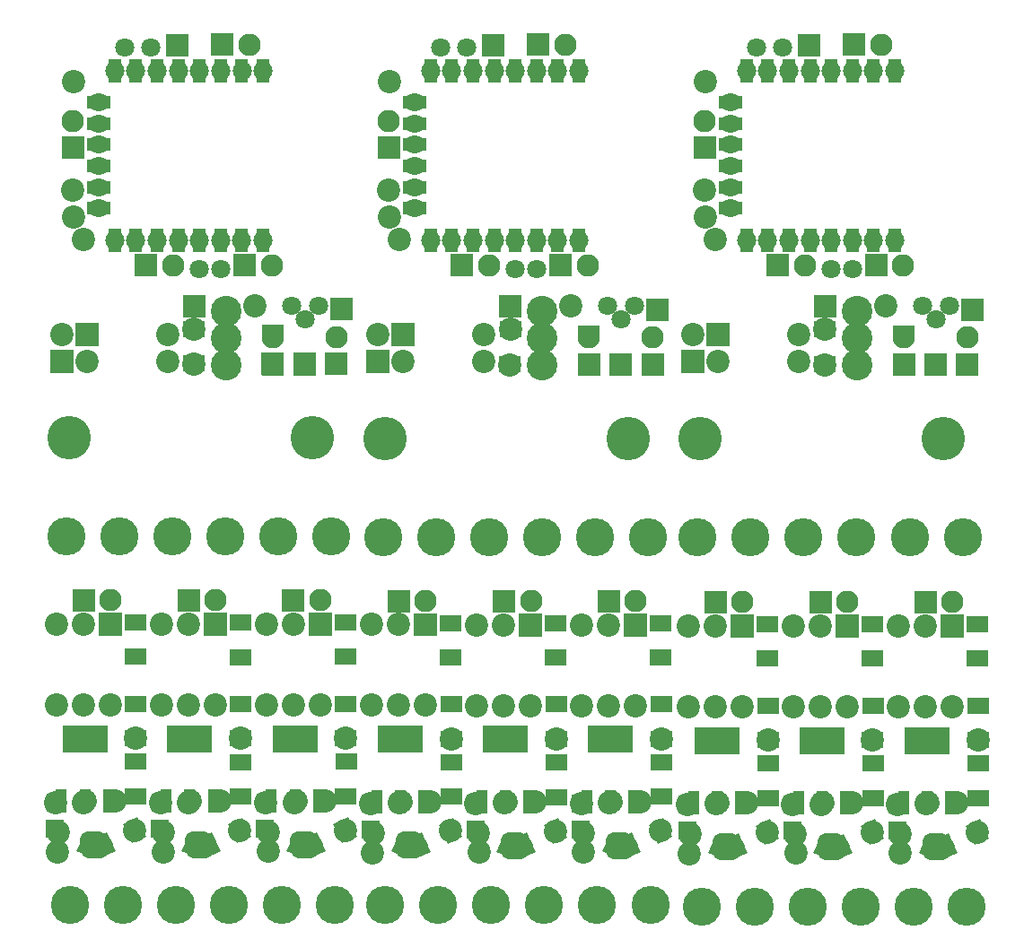
<source format=gbr>
%FSLAX34Y34*%
%MOMM*%
%LNSOLDERMASK_TOP*%
G71*
G01*
%ADD10R, 1.250X2.200*%
%ADD11R, 2.200X1.200*%
%ADD12C, 2.200*%
%ADD13C, 1.800*%
%ADD14C, 2.120*%
%ADD15C, 4.100*%
%ADD16C, 2.200*%
%ADD17C, 3.600*%
%ADD18R, 2.000X1.500*%
%ADD19C, 2.900*%
%ADD20C, 1.800*%
%ADD21R, 1.100X2.200*%
%ADD22R, 4.300X2.600*%
%ADD23C, 2.200*%
%ADD24R, 1.700X1.800*%
%ADD25R, 1.800X1.800*%
%ADD26C, 2.200*%
%ADD27C, 1.600*%
%LPD*%
X210700Y957600D02*
G54D10*
D03*
X190700Y957600D02*
G54D10*
D03*
X170700Y957600D02*
G54D10*
D03*
X150700Y957600D02*
G54D10*
D03*
X130700Y957600D02*
G54D10*
D03*
X110700Y957600D02*
G54D10*
D03*
X90700Y957600D02*
G54D10*
D03*
X70700Y957600D02*
G54D10*
D03*
X210700Y797600D02*
G54D10*
D03*
X190700Y797600D02*
G54D10*
D03*
X170700Y797600D02*
G54D10*
D03*
X150700Y797600D02*
G54D10*
D03*
X130700Y797600D02*
G54D10*
D03*
X110700Y797600D02*
G54D10*
D03*
X90700Y797600D02*
G54D10*
D03*
X70700Y797600D02*
G54D10*
D03*
X55700Y927600D02*
G54D11*
D03*
X55700Y907600D02*
G54D11*
D03*
X55700Y887600D02*
G54D11*
D03*
X55700Y867600D02*
G54D11*
D03*
X55700Y847600D02*
G54D11*
D03*
X55700Y827600D02*
G54D11*
D03*
X32022Y947422D02*
G54D12*
D03*
X31932Y819178D02*
G54D12*
D03*
X210739Y957395D02*
G54D13*
D03*
X190739Y957395D02*
G54D13*
D03*
X170739Y957395D02*
G54D13*
D03*
X150739Y957395D02*
G54D13*
D03*
X130739Y957395D02*
G54D13*
D03*
X110739Y957395D02*
G54D13*
D03*
X90739Y957395D02*
G54D13*
D03*
X70739Y957395D02*
G54D13*
D03*
X55739Y927395D02*
G54D13*
D03*
X55739Y907395D02*
G54D13*
D03*
X55739Y887395D02*
G54D13*
D03*
X55739Y867395D02*
G54D13*
D03*
X55739Y847395D02*
G54D13*
D03*
X55739Y827395D02*
G54D13*
D03*
X70700Y797600D02*
G54D13*
D03*
X90700Y797600D02*
G54D13*
D03*
X110700Y797600D02*
G54D13*
D03*
X130700Y797600D02*
G54D13*
D03*
X150700Y797600D02*
G54D13*
D03*
X170700Y797600D02*
G54D13*
D03*
X190700Y797600D02*
G54D13*
D03*
X210700Y797600D02*
G54D13*
D03*
X41100Y797700D02*
G54D12*
D03*
X31222Y844978D02*
G54D12*
D03*
G36*
X140616Y971095D02*
X119416Y971095D01*
X119416Y992295D01*
X140616Y992295D01*
X140616Y971095D01*
G37*
G36*
X20722Y874009D02*
X20722Y895209D01*
X41922Y895209D01*
X41922Y874009D01*
X20722Y874009D01*
G37*
X31322Y910009D02*
G54D14*
D03*
G36*
X161700Y992500D02*
X182900Y992500D01*
X182900Y971300D01*
X161700Y971300D01*
X161700Y992500D01*
G37*
X197700Y981900D02*
G54D14*
D03*
G36*
X89900Y784200D02*
X111100Y784200D01*
X111100Y763000D01*
X89900Y763000D01*
X89900Y784200D01*
G37*
X125900Y773600D02*
G54D14*
D03*
X104639Y979195D02*
G54D13*
D03*
X80639Y979195D02*
G54D13*
D03*
X150800Y770100D02*
G54D13*
D03*
X170800Y770100D02*
G54D13*
D03*
G36*
X182700Y784500D02*
X203900Y784500D01*
X203900Y763300D01*
X182700Y763300D01*
X182700Y784500D01*
G37*
X218700Y773900D02*
G54D14*
D03*
X508700Y957600D02*
G54D10*
D03*
X488700Y957600D02*
G54D10*
D03*
X468700Y957600D02*
G54D10*
D03*
X448700Y957600D02*
G54D10*
D03*
X428700Y957600D02*
G54D10*
D03*
X408700Y957600D02*
G54D10*
D03*
X388700Y957600D02*
G54D10*
D03*
X368700Y957600D02*
G54D10*
D03*
X508700Y797600D02*
G54D10*
D03*
X488700Y797600D02*
G54D10*
D03*
X468700Y797600D02*
G54D10*
D03*
X448700Y797600D02*
G54D10*
D03*
X428700Y797600D02*
G54D10*
D03*
X408700Y797600D02*
G54D10*
D03*
X388700Y797600D02*
G54D10*
D03*
X368700Y797600D02*
G54D10*
D03*
X353700Y927600D02*
G54D11*
D03*
X353700Y907600D02*
G54D11*
D03*
X353700Y887600D02*
G54D11*
D03*
X353700Y867600D02*
G54D11*
D03*
X353700Y847600D02*
G54D11*
D03*
X353700Y827600D02*
G54D11*
D03*
X330022Y947422D02*
G54D12*
D03*
X329932Y819178D02*
G54D12*
D03*
X508739Y957395D02*
G54D13*
D03*
X488739Y957395D02*
G54D13*
D03*
X468739Y957395D02*
G54D13*
D03*
X448739Y957395D02*
G54D13*
D03*
X428739Y957395D02*
G54D13*
D03*
X408739Y957395D02*
G54D13*
D03*
X388739Y957395D02*
G54D13*
D03*
X368739Y957395D02*
G54D13*
D03*
X353739Y927395D02*
G54D13*
D03*
X353739Y907395D02*
G54D13*
D03*
X353739Y887395D02*
G54D13*
D03*
X353739Y867395D02*
G54D13*
D03*
X353739Y847395D02*
G54D13*
D03*
X353739Y827395D02*
G54D13*
D03*
X368700Y797600D02*
G54D13*
D03*
X388700Y797600D02*
G54D13*
D03*
X408700Y797600D02*
G54D13*
D03*
X428700Y797600D02*
G54D13*
D03*
X448700Y797600D02*
G54D13*
D03*
X468700Y797600D02*
G54D13*
D03*
X488700Y797600D02*
G54D13*
D03*
X508700Y797600D02*
G54D13*
D03*
X339100Y797700D02*
G54D12*
D03*
X329222Y844978D02*
G54D12*
D03*
G36*
X438616Y971095D02*
X417416Y971095D01*
X417416Y992295D01*
X438616Y992295D01*
X438616Y971095D01*
G37*
G36*
X318722Y874009D02*
X318722Y895209D01*
X339922Y895209D01*
X339922Y874009D01*
X318722Y874009D01*
G37*
X329322Y910009D02*
G54D14*
D03*
G36*
X459700Y992500D02*
X480900Y992500D01*
X480900Y971300D01*
X459700Y971300D01*
X459700Y992500D01*
G37*
X495700Y981900D02*
G54D14*
D03*
G36*
X387900Y784200D02*
X409100Y784200D01*
X409100Y763000D01*
X387900Y763000D01*
X387900Y784200D01*
G37*
X423900Y773600D02*
G54D14*
D03*
X402639Y979195D02*
G54D13*
D03*
X378639Y979195D02*
G54D13*
D03*
X448800Y770100D02*
G54D13*
D03*
X468800Y770100D02*
G54D13*
D03*
G36*
X480700Y784500D02*
X501900Y784500D01*
X501900Y763300D01*
X480700Y763300D01*
X480700Y784500D01*
G37*
X516700Y773900D02*
G54D14*
D03*
X806700Y957600D02*
G54D10*
D03*
X786700Y957600D02*
G54D10*
D03*
X766700Y957600D02*
G54D10*
D03*
X746700Y957600D02*
G54D10*
D03*
X726700Y957600D02*
G54D10*
D03*
X706700Y957600D02*
G54D10*
D03*
X686700Y957600D02*
G54D10*
D03*
X666700Y957600D02*
G54D10*
D03*
X806700Y797600D02*
G54D10*
D03*
X786700Y797600D02*
G54D10*
D03*
X766700Y797600D02*
G54D10*
D03*
X746700Y797600D02*
G54D10*
D03*
X726700Y797600D02*
G54D10*
D03*
X706700Y797600D02*
G54D10*
D03*
X686700Y797600D02*
G54D10*
D03*
X666700Y797600D02*
G54D10*
D03*
X651700Y927600D02*
G54D11*
D03*
X651700Y907600D02*
G54D11*
D03*
X651700Y887600D02*
G54D11*
D03*
X651700Y867600D02*
G54D11*
D03*
X651700Y847600D02*
G54D11*
D03*
X651700Y827600D02*
G54D11*
D03*
X628022Y947422D02*
G54D12*
D03*
X627932Y819178D02*
G54D12*
D03*
X806739Y957395D02*
G54D13*
D03*
X786739Y957395D02*
G54D13*
D03*
X766739Y957395D02*
G54D13*
D03*
X746739Y957395D02*
G54D13*
D03*
X726739Y957395D02*
G54D13*
D03*
X706739Y957395D02*
G54D13*
D03*
X686739Y957395D02*
G54D13*
D03*
X666739Y957395D02*
G54D13*
D03*
X651739Y927395D02*
G54D13*
D03*
X651739Y907395D02*
G54D13*
D03*
X651739Y887395D02*
G54D13*
D03*
X651739Y867395D02*
G54D13*
D03*
X651739Y847395D02*
G54D13*
D03*
X651739Y827395D02*
G54D13*
D03*
X666700Y797600D02*
G54D13*
D03*
X686700Y797600D02*
G54D13*
D03*
X706700Y797600D02*
G54D13*
D03*
X726700Y797600D02*
G54D13*
D03*
X746700Y797600D02*
G54D13*
D03*
X766700Y797600D02*
G54D13*
D03*
X786700Y797600D02*
G54D13*
D03*
X806700Y797600D02*
G54D13*
D03*
X637100Y797700D02*
G54D12*
D03*
X627222Y844978D02*
G54D12*
D03*
G36*
X736616Y971095D02*
X715416Y971095D01*
X715416Y992295D01*
X736616Y992295D01*
X736616Y971095D01*
G37*
G36*
X616722Y874009D02*
X616722Y895209D01*
X637922Y895209D01*
X637922Y874009D01*
X616722Y874009D01*
G37*
X627322Y910009D02*
G54D14*
D03*
G36*
X757700Y992500D02*
X778900Y992500D01*
X778900Y971300D01*
X757700Y971300D01*
X757700Y992500D01*
G37*
X793700Y981900D02*
G54D14*
D03*
G36*
X685900Y784200D02*
X707100Y784200D01*
X707100Y763000D01*
X685900Y763000D01*
X685900Y784200D01*
G37*
X721900Y773600D02*
G54D14*
D03*
X700639Y979195D02*
G54D13*
D03*
X676639Y979195D02*
G54D13*
D03*
X746800Y770100D02*
G54D13*
D03*
X766800Y770100D02*
G54D13*
D03*
G36*
X778700Y784500D02*
X799900Y784500D01*
X799900Y763300D01*
X778700Y763300D01*
X778700Y784500D01*
G37*
X814700Y773900D02*
G54D14*
D03*
X27320Y610700D02*
G54D15*
D03*
X257320Y610700D02*
G54D15*
D03*
X27320Y610700D02*
G54D15*
D03*
X257320Y610700D02*
G54D15*
D03*
G36*
X33332Y719461D02*
X55332Y719461D01*
X55332Y697461D01*
X33332Y697461D01*
X33332Y719461D01*
G37*
X44332Y682961D02*
G54D16*
D03*
X120832Y708461D02*
G54D16*
D03*
X120832Y682961D02*
G54D16*
D03*
X20885Y708696D02*
G54D12*
D03*
G36*
X9885Y672296D02*
X9885Y694296D01*
X31885Y694296D01*
X31885Y672296D01*
X9885Y672296D01*
G37*
X202877Y735724D02*
G54D12*
D03*
X275380Y517700D02*
G54D17*
D03*
X225380Y517700D02*
G54D17*
D03*
X175380Y517700D02*
G54D17*
D03*
X125380Y517700D02*
G54D17*
D03*
X75400Y517700D02*
G54D17*
D03*
X25400Y517700D02*
G54D17*
D03*
X145647Y713473D02*
G54D18*
D03*
X145547Y680973D02*
G54D18*
D03*
X176001Y730403D02*
G54D19*
D03*
X176001Y705003D02*
G54D19*
D03*
X176001Y679603D02*
G54D19*
D03*
X176001Y730403D02*
G54D19*
D03*
X176001Y705003D02*
G54D19*
D03*
X176001Y679603D02*
G54D19*
D03*
X145547Y679973D02*
G54D12*
D03*
G36*
X269271Y669879D02*
X269271Y691079D01*
X290471Y691079D01*
X290471Y669879D01*
X269271Y669879D01*
G37*
X279871Y705879D02*
G54D14*
D03*
G36*
X209271Y669879D02*
X209271Y691079D01*
X230471Y691079D01*
X230471Y669879D01*
X209271Y669879D01*
G37*
X219871Y705879D02*
G54D14*
D03*
G36*
X135106Y745995D02*
X156306Y745995D01*
X156306Y724795D01*
X135106Y724795D01*
X135106Y745995D01*
G37*
X219871Y709879D02*
G54D18*
D03*
X219771Y677379D02*
G54D18*
D03*
X237600Y735550D02*
G54D20*
D03*
X250300Y722850D02*
G54D20*
D03*
X263000Y735550D02*
G54D20*
D03*
X237600Y735550D02*
G54D20*
D03*
X250300Y722850D02*
G54D20*
D03*
X263000Y735550D02*
G54D20*
D03*
X145647Y713473D02*
G54D12*
D03*
G36*
X239106Y690995D02*
X260306Y690995D01*
X260306Y669795D01*
X239106Y669795D01*
X239106Y690995D01*
G37*
G36*
X274106Y742995D02*
X295306Y742995D01*
X295306Y721795D01*
X274106Y721795D01*
X274106Y742995D01*
G37*
X325614Y610305D02*
G54D15*
D03*
X555614Y610305D02*
G54D15*
D03*
X325614Y610305D02*
G54D15*
D03*
X555614Y610305D02*
G54D15*
D03*
G36*
X331626Y719066D02*
X353626Y719066D01*
X353626Y697066D01*
X331626Y697066D01*
X331626Y719066D01*
G37*
X342626Y682566D02*
G54D16*
D03*
X419126Y708066D02*
G54D16*
D03*
X419126Y682566D02*
G54D16*
D03*
X319179Y708301D02*
G54D12*
D03*
G36*
X308179Y671901D02*
X308179Y693901D01*
X330179Y693901D01*
X330179Y671901D01*
X308179Y671901D01*
G37*
X501171Y735329D02*
G54D12*
D03*
X573674Y517304D02*
G54D17*
D03*
X523674Y517304D02*
G54D17*
D03*
X473674Y517304D02*
G54D17*
D03*
X423674Y517304D02*
G54D17*
D03*
X373694Y517305D02*
G54D17*
D03*
X323694Y517305D02*
G54D17*
D03*
X443942Y713078D02*
G54D18*
D03*
X443842Y680578D02*
G54D18*
D03*
X474295Y730007D02*
G54D19*
D03*
X474295Y704607D02*
G54D19*
D03*
X474295Y679207D02*
G54D19*
D03*
X474295Y730007D02*
G54D19*
D03*
X474295Y704607D02*
G54D19*
D03*
X474295Y679207D02*
G54D19*
D03*
X443842Y679578D02*
G54D12*
D03*
G36*
X567565Y669484D02*
X567565Y690684D01*
X588765Y690684D01*
X588765Y669484D01*
X567565Y669484D01*
G37*
X578165Y705484D02*
G54D14*
D03*
G36*
X507565Y669484D02*
X507565Y690684D01*
X528765Y690684D01*
X528765Y669484D01*
X507565Y669484D01*
G37*
X518165Y705484D02*
G54D14*
D03*
G36*
X433400Y745600D02*
X454600Y745600D01*
X454600Y724400D01*
X433400Y724400D01*
X433400Y745600D01*
G37*
X518165Y709484D02*
G54D18*
D03*
X518065Y676984D02*
G54D18*
D03*
X535894Y735155D02*
G54D20*
D03*
X548594Y722455D02*
G54D20*
D03*
X561294Y735155D02*
G54D20*
D03*
X535894Y735155D02*
G54D20*
D03*
X548594Y722455D02*
G54D20*
D03*
X561294Y735155D02*
G54D20*
D03*
X443942Y713078D02*
G54D12*
D03*
G36*
X537400Y690600D02*
X558600Y690600D01*
X558600Y669400D01*
X537400Y669400D01*
X537400Y690600D01*
G37*
G36*
X572400Y742600D02*
X593600Y742600D01*
X593600Y721400D01*
X572400Y721400D01*
X572400Y742600D01*
G37*
X622614Y610305D02*
G54D15*
D03*
X852614Y610305D02*
G54D15*
D03*
X622614Y610305D02*
G54D15*
D03*
X852614Y610305D02*
G54D15*
D03*
G36*
X628626Y719066D02*
X650626Y719066D01*
X650626Y697066D01*
X628626Y697066D01*
X628626Y719066D01*
G37*
X639626Y682566D02*
G54D16*
D03*
X716126Y708066D02*
G54D16*
D03*
X716126Y682566D02*
G54D16*
D03*
X616179Y708301D02*
G54D12*
D03*
G36*
X605179Y671901D02*
X605179Y693901D01*
X627179Y693901D01*
X627179Y671901D01*
X605179Y671901D01*
G37*
X798171Y735329D02*
G54D12*
D03*
X870674Y517304D02*
G54D17*
D03*
X820674Y517304D02*
G54D17*
D03*
X770674Y517304D02*
G54D17*
D03*
X720674Y517304D02*
G54D17*
D03*
X670694Y517305D02*
G54D17*
D03*
X620694Y517305D02*
G54D17*
D03*
X740942Y713078D02*
G54D18*
D03*
X740842Y680578D02*
G54D18*
D03*
X771295Y730007D02*
G54D19*
D03*
X771295Y704607D02*
G54D19*
D03*
X771295Y679207D02*
G54D19*
D03*
X771295Y730007D02*
G54D19*
D03*
X771295Y704607D02*
G54D19*
D03*
X771295Y679207D02*
G54D19*
D03*
X740842Y679578D02*
G54D12*
D03*
G36*
X864565Y669484D02*
X864565Y690684D01*
X885765Y690684D01*
X885765Y669484D01*
X864565Y669484D01*
G37*
X875165Y705484D02*
G54D14*
D03*
G36*
X804565Y669484D02*
X804565Y690684D01*
X825765Y690684D01*
X825765Y669484D01*
X804565Y669484D01*
G37*
X815165Y705484D02*
G54D14*
D03*
G36*
X730400Y745600D02*
X751600Y745600D01*
X751600Y724400D01*
X730400Y724400D01*
X730400Y745600D01*
G37*
X815165Y709484D02*
G54D18*
D03*
X815065Y676984D02*
G54D18*
D03*
X832894Y735155D02*
G54D20*
D03*
X845594Y722455D02*
G54D20*
D03*
X858294Y735155D02*
G54D20*
D03*
X832894Y735155D02*
G54D20*
D03*
X845594Y722455D02*
G54D20*
D03*
X858294Y735155D02*
G54D20*
D03*
X740942Y713078D02*
G54D12*
D03*
G36*
X834400Y690600D02*
X855600Y690600D01*
X855600Y669400D01*
X834400Y669400D01*
X834400Y690600D01*
G37*
G36*
X869400Y742600D02*
X890600Y742600D01*
X890600Y721400D01*
X869400Y721400D01*
X869400Y742600D01*
G37*
X278454Y170129D02*
G54D17*
D03*
X228454Y170129D02*
G54D17*
D03*
X178454Y170129D02*
G54D17*
D03*
X128454Y170129D02*
G54D17*
D03*
X20372Y268001D02*
G54D21*
D03*
X42572Y268001D02*
G54D21*
D03*
X64872Y268001D02*
G54D21*
D03*
X42572Y326800D02*
G54D22*
D03*
G36*
X14652Y249988D02*
X24349Y245465D01*
X16741Y229152D01*
X7044Y233674D01*
X14652Y249988D01*
G37*
G36*
X42203Y237140D02*
X51901Y232618D01*
X44294Y216304D01*
X34596Y220826D01*
X42203Y237140D01*
G37*
G36*
X77654Y423929D02*
X55654Y423929D01*
X55654Y445929D01*
X77654Y445929D01*
X77654Y423929D01*
G37*
X41254Y434929D02*
G54D23*
D03*
X15854Y434929D02*
G54D23*
D03*
X15854Y358729D02*
G54D23*
D03*
X41254Y358729D02*
G54D23*
D03*
X66654Y358729D02*
G54D23*
D03*
X90575Y327228D02*
G54D18*
D03*
X90675Y359729D02*
G54D18*
D03*
X90735Y304972D02*
G54D18*
D03*
X90635Y272472D02*
G54D18*
D03*
G36*
X49340Y232474D02*
X62934Y238813D01*
X71387Y220687D01*
X57792Y214348D01*
X49340Y232474D01*
G37*
G36*
X78837Y246118D02*
X92432Y252458D01*
X100884Y234331D01*
X87290Y227992D01*
X78837Y246118D01*
G37*
X14433Y241587D02*
G54D24*
D03*
X41685Y266764D02*
G54D12*
D03*
X15099Y266240D02*
G54D12*
D03*
X17196Y238170D02*
G54D12*
D03*
X89963Y240225D02*
G54D12*
D03*
X14999Y266240D02*
G54D25*
D03*
G54D26*
X43168Y267781D02*
X43362Y267955D01*
X70685Y267764D02*
G54D12*
D03*
X90229Y436557D02*
G54D18*
D03*
X90129Y404057D02*
G54D18*
D03*
X90575Y327228D02*
G54D12*
D03*
X78454Y170129D02*
G54D17*
D03*
X28454Y170129D02*
G54D17*
D03*
G54D27*
X46254Y222429D02*
X56211Y222429D01*
X60363Y226580D01*
X50902Y226580D01*
X45754Y231729D01*
X55215Y231729D01*
X60363Y226580D01*
X119397Y267872D02*
G54D21*
D03*
X141597Y267872D02*
G54D21*
D03*
X163897Y267872D02*
G54D21*
D03*
X141597Y326672D02*
G54D22*
D03*
G36*
X113677Y249861D02*
X123374Y245339D01*
X115766Y229025D01*
X106069Y233548D01*
X113677Y249861D01*
G37*
G36*
X141228Y237013D02*
X150926Y232491D01*
X143319Y216177D01*
X133621Y220699D01*
X141228Y237013D01*
G37*
G36*
X176679Y423800D02*
X154679Y423800D01*
X154679Y445800D01*
X176679Y445800D01*
X176679Y423800D01*
G37*
X140279Y434800D02*
G54D23*
D03*
X114879Y434800D02*
G54D23*
D03*
X114879Y358600D02*
G54D23*
D03*
X140279Y358600D02*
G54D23*
D03*
X165679Y358600D02*
G54D23*
D03*
X189600Y327100D02*
G54D18*
D03*
X189700Y359600D02*
G54D18*
D03*
X189760Y304844D02*
G54D18*
D03*
X189660Y272344D02*
G54D18*
D03*
G36*
X148364Y232345D02*
X161959Y238685D01*
X170411Y220558D01*
X156817Y214219D01*
X148364Y232345D01*
G37*
G36*
X177862Y245990D02*
X191456Y252329D01*
X199909Y234203D01*
X186314Y227863D01*
X177862Y245990D01*
G37*
X113458Y241459D02*
G54D24*
D03*
X140710Y266636D02*
G54D12*
D03*
X114124Y266111D02*
G54D12*
D03*
X116222Y238042D02*
G54D12*
D03*
X188988Y240096D02*
G54D12*
D03*
X114024Y266111D02*
G54D25*
D03*
G54D26*
X142193Y267653D02*
X142387Y267826D01*
X169710Y267636D02*
G54D12*
D03*
X189254Y436429D02*
G54D18*
D03*
X189154Y403929D02*
G54D18*
D03*
X189600Y327100D02*
G54D12*
D03*
G54D27*
X145279Y222300D02*
X155236Y222300D01*
X159388Y226452D01*
X149927Y226452D01*
X144779Y231600D01*
X154240Y231600D01*
X159388Y226452D01*
X218597Y267972D02*
G54D21*
D03*
X240797Y267972D02*
G54D21*
D03*
X263097Y267972D02*
G54D21*
D03*
X240797Y326772D02*
G54D22*
D03*
G36*
X212876Y249959D02*
X222574Y245437D01*
X214966Y229124D01*
X205269Y233646D01*
X212876Y249959D01*
G37*
G36*
X240428Y237112D02*
X250126Y232590D01*
X242519Y216276D01*
X232821Y220798D01*
X240428Y237112D01*
G37*
G36*
X275879Y423900D02*
X253879Y423900D01*
X253879Y445900D01*
X275879Y445900D01*
X275879Y423900D01*
G37*
X239479Y434900D02*
G54D23*
D03*
X214079Y434900D02*
G54D23*
D03*
X214079Y358700D02*
G54D23*
D03*
X239479Y358700D02*
G54D23*
D03*
X264879Y358700D02*
G54D23*
D03*
X288800Y327200D02*
G54D18*
D03*
X288900Y359700D02*
G54D18*
D03*
X288960Y304944D02*
G54D18*
D03*
X288860Y272444D02*
G54D18*
D03*
G36*
X247564Y232445D02*
X261159Y238784D01*
X269611Y220658D01*
X256017Y214319D01*
X247564Y232445D01*
G37*
G36*
X277062Y246090D02*
X290656Y252429D01*
X299108Y234303D01*
X285514Y227963D01*
X277062Y246090D01*
G37*
X212658Y241559D02*
G54D24*
D03*
X239910Y266736D02*
G54D12*
D03*
X213324Y266211D02*
G54D12*
D03*
X215422Y238142D02*
G54D12*
D03*
X288188Y240196D02*
G54D12*
D03*
X213224Y266211D02*
G54D25*
D03*
G54D26*
X241393Y267753D02*
X241587Y267926D01*
X268910Y267736D02*
G54D12*
D03*
X288454Y436529D02*
G54D18*
D03*
X288354Y404029D02*
G54D18*
D03*
X288800Y327200D02*
G54D12*
D03*
G54D27*
X244479Y222400D02*
X254436Y222400D01*
X258588Y226552D01*
X249127Y226552D01*
X243979Y231700D01*
X253440Y231700D01*
X258588Y226552D01*
X16675Y219507D02*
G54D12*
D03*
X116975Y220207D02*
G54D12*
D03*
X215775Y220607D02*
G54D12*
D03*
G36*
X30754Y467929D02*
X51954Y467929D01*
X51954Y446729D01*
X30754Y446729D01*
X30754Y467929D01*
G37*
X66754Y457329D02*
G54D14*
D03*
G36*
X129854Y467929D02*
X151054Y467929D01*
X151054Y446729D01*
X129854Y446729D01*
X129854Y467929D01*
G37*
X165854Y457329D02*
G54D14*
D03*
G36*
X228754Y467929D02*
X249954Y467929D01*
X249954Y446729D01*
X228754Y446729D01*
X228754Y467929D01*
G37*
X264754Y457329D02*
G54D14*
D03*
X575954Y169629D02*
G54D17*
D03*
X525954Y169629D02*
G54D17*
D03*
X475954Y169629D02*
G54D17*
D03*
X425954Y169629D02*
G54D17*
D03*
X317872Y267501D02*
G54D21*
D03*
X340072Y267501D02*
G54D21*
D03*
X362372Y267501D02*
G54D21*
D03*
X340072Y326300D02*
G54D22*
D03*
G36*
X312152Y249488D02*
X321849Y244965D01*
X314241Y228652D01*
X304544Y233174D01*
X312152Y249488D01*
G37*
G36*
X339703Y236640D02*
X349401Y232118D01*
X341794Y215804D01*
X332096Y220326D01*
X339703Y236640D01*
G37*
G36*
X375154Y423429D02*
X353154Y423429D01*
X353154Y445429D01*
X375154Y445429D01*
X375154Y423429D01*
G37*
X338754Y434429D02*
G54D23*
D03*
X313354Y434429D02*
G54D23*
D03*
X313354Y358229D02*
G54D23*
D03*
X338754Y358229D02*
G54D23*
D03*
X364154Y358229D02*
G54D23*
D03*
X388075Y326728D02*
G54D18*
D03*
X388175Y359229D02*
G54D18*
D03*
X388235Y304472D02*
G54D18*
D03*
X388135Y271972D02*
G54D18*
D03*
G36*
X346840Y231974D02*
X360434Y238313D01*
X368887Y220187D01*
X355292Y213848D01*
X346840Y231974D01*
G37*
G36*
X376337Y245618D02*
X389932Y251958D01*
X398384Y233831D01*
X384790Y227492D01*
X376337Y245618D01*
G37*
X311933Y241087D02*
G54D24*
D03*
X339185Y266264D02*
G54D12*
D03*
X312599Y265740D02*
G54D12*
D03*
X314696Y237670D02*
G54D12*
D03*
X387463Y239725D02*
G54D12*
D03*
X312499Y265740D02*
G54D25*
D03*
G54D26*
X340668Y267281D02*
X340862Y267455D01*
X368185Y267264D02*
G54D12*
D03*
X387729Y436057D02*
G54D18*
D03*
X387629Y403557D02*
G54D18*
D03*
X388075Y326728D02*
G54D12*
D03*
X375954Y169629D02*
G54D17*
D03*
X325954Y169629D02*
G54D17*
D03*
G54D27*
X343754Y221929D02*
X353711Y221929D01*
X357863Y226080D01*
X348402Y226080D01*
X343254Y231229D01*
X352715Y231229D01*
X357863Y226080D01*
X416897Y267372D02*
G54D21*
D03*
X439097Y267372D02*
G54D21*
D03*
X461397Y267372D02*
G54D21*
D03*
X439097Y326172D02*
G54D22*
D03*
G36*
X411177Y249361D02*
X420874Y244839D01*
X413266Y228525D01*
X403569Y233048D01*
X411177Y249361D01*
G37*
G36*
X438728Y236513D02*
X448426Y231991D01*
X440819Y215677D01*
X431121Y220199D01*
X438728Y236513D01*
G37*
G36*
X474179Y423300D02*
X452179Y423300D01*
X452179Y445300D01*
X474179Y445300D01*
X474179Y423300D01*
G37*
X437779Y434300D02*
G54D23*
D03*
X412379Y434300D02*
G54D23*
D03*
X412379Y358100D02*
G54D23*
D03*
X437779Y358100D02*
G54D23*
D03*
X463179Y358100D02*
G54D23*
D03*
X487100Y326600D02*
G54D18*
D03*
X487200Y359100D02*
G54D18*
D03*
X487260Y304344D02*
G54D18*
D03*
X487160Y271844D02*
G54D18*
D03*
G36*
X445864Y231845D02*
X459459Y238185D01*
X467911Y220058D01*
X454317Y213719D01*
X445864Y231845D01*
G37*
G36*
X475362Y245490D02*
X488956Y251829D01*
X497409Y233703D01*
X483814Y227363D01*
X475362Y245490D01*
G37*
X410958Y240959D02*
G54D24*
D03*
X438210Y266136D02*
G54D12*
D03*
X411624Y265611D02*
G54D12*
D03*
X413722Y237542D02*
G54D12*
D03*
X486488Y239596D02*
G54D12*
D03*
X411524Y265611D02*
G54D25*
D03*
G54D26*
X439693Y267153D02*
X439887Y267326D01*
X467210Y267136D02*
G54D12*
D03*
X486754Y435929D02*
G54D18*
D03*
X486654Y403429D02*
G54D18*
D03*
X487100Y326600D02*
G54D12*
D03*
G54D27*
X442779Y221800D02*
X452736Y221800D01*
X456888Y225952D01*
X447427Y225952D01*
X442279Y231100D01*
X451740Y231100D01*
X456888Y225952D01*
X516097Y267472D02*
G54D21*
D03*
X538297Y267472D02*
G54D21*
D03*
X560597Y267472D02*
G54D21*
D03*
X538297Y326272D02*
G54D22*
D03*
G36*
X510376Y249459D02*
X520074Y244937D01*
X512466Y228624D01*
X502769Y233146D01*
X510376Y249459D01*
G37*
G36*
X537928Y236612D02*
X547626Y232090D01*
X540019Y215776D01*
X530321Y220298D01*
X537928Y236612D01*
G37*
G36*
X573379Y423400D02*
X551379Y423400D01*
X551379Y445400D01*
X573379Y445400D01*
X573379Y423400D01*
G37*
X536979Y434400D02*
G54D23*
D03*
X511579Y434400D02*
G54D23*
D03*
X511579Y358200D02*
G54D23*
D03*
X536979Y358200D02*
G54D23*
D03*
X562379Y358200D02*
G54D23*
D03*
X586300Y326700D02*
G54D18*
D03*
X586400Y359200D02*
G54D18*
D03*
X586460Y304444D02*
G54D18*
D03*
X586360Y271944D02*
G54D18*
D03*
G36*
X545064Y231945D02*
X558659Y238284D01*
X567111Y220158D01*
X553517Y213819D01*
X545064Y231945D01*
G37*
G36*
X574562Y245590D02*
X588156Y251929D01*
X596608Y233803D01*
X583014Y227463D01*
X574562Y245590D01*
G37*
X510158Y241059D02*
G54D24*
D03*
X537410Y266236D02*
G54D12*
D03*
X510824Y265711D02*
G54D12*
D03*
X512922Y237642D02*
G54D12*
D03*
X585688Y239696D02*
G54D12*
D03*
X510724Y265711D02*
G54D25*
D03*
G54D26*
X538893Y267253D02*
X539087Y267426D01*
X566410Y267236D02*
G54D12*
D03*
X585954Y436029D02*
G54D18*
D03*
X585854Y403529D02*
G54D18*
D03*
X586300Y326700D02*
G54D12*
D03*
G54D27*
X541979Y221900D02*
X551936Y221900D01*
X556088Y226052D01*
X546627Y226052D01*
X541479Y231200D01*
X550940Y231200D01*
X556088Y226052D01*
X314175Y219007D02*
G54D12*
D03*
X414475Y219707D02*
G54D12*
D03*
X513275Y220107D02*
G54D12*
D03*
G36*
X328254Y467429D02*
X349454Y467429D01*
X349454Y446229D01*
X328254Y446229D01*
X328254Y467429D01*
G37*
X364254Y456829D02*
G54D14*
D03*
G36*
X427354Y467429D02*
X448554Y467429D01*
X448554Y446229D01*
X427354Y446229D01*
X427354Y467429D01*
G37*
X463354Y456829D02*
G54D14*
D03*
G36*
X526254Y467429D02*
X547454Y467429D01*
X547454Y446229D01*
X526254Y446229D01*
X526254Y467429D01*
G37*
X562254Y456829D02*
G54D14*
D03*
X874754Y168529D02*
G54D17*
D03*
X824754Y168529D02*
G54D17*
D03*
X774754Y168529D02*
G54D17*
D03*
X724754Y168529D02*
G54D17*
D03*
X616672Y266401D02*
G54D21*
D03*
X638872Y266401D02*
G54D21*
D03*
X661172Y266401D02*
G54D21*
D03*
X638872Y325200D02*
G54D22*
D03*
G36*
X610952Y248388D02*
X620649Y243865D01*
X613041Y227552D01*
X603344Y232074D01*
X610952Y248388D01*
G37*
G36*
X638503Y235540D02*
X648201Y231018D01*
X640594Y214704D01*
X630896Y219226D01*
X638503Y235540D01*
G37*
G36*
X673954Y422329D02*
X651954Y422329D01*
X651954Y444329D01*
X673954Y444329D01*
X673954Y422329D01*
G37*
X637554Y433329D02*
G54D23*
D03*
X612154Y433329D02*
G54D23*
D03*
X612154Y357129D02*
G54D23*
D03*
X637554Y357129D02*
G54D23*
D03*
X662954Y357129D02*
G54D23*
D03*
X686875Y325628D02*
G54D18*
D03*
X686975Y358129D02*
G54D18*
D03*
X687035Y303372D02*
G54D18*
D03*
X686935Y270872D02*
G54D18*
D03*
G36*
X645640Y230874D02*
X659234Y237213D01*
X667687Y219087D01*
X654092Y212748D01*
X645640Y230874D01*
G37*
G36*
X675137Y244518D02*
X688732Y250858D01*
X697184Y232731D01*
X683590Y226392D01*
X675137Y244518D01*
G37*
X610733Y239987D02*
G54D24*
D03*
X637985Y265164D02*
G54D12*
D03*
X611399Y264640D02*
G54D12*
D03*
X613496Y236570D02*
G54D12*
D03*
X686263Y238625D02*
G54D12*
D03*
X611299Y264640D02*
G54D25*
D03*
G54D26*
X639468Y266181D02*
X639662Y266355D01*
X666985Y266164D02*
G54D12*
D03*
X686529Y434957D02*
G54D18*
D03*
X686429Y402457D02*
G54D18*
D03*
X686875Y325628D02*
G54D12*
D03*
X674754Y168529D02*
G54D17*
D03*
X624754Y168529D02*
G54D17*
D03*
G54D27*
X642554Y220829D02*
X652511Y220829D01*
X656663Y224980D01*
X647202Y224980D01*
X642054Y230129D01*
X651515Y230129D01*
X656663Y224980D01*
X715697Y266272D02*
G54D21*
D03*
X737897Y266272D02*
G54D21*
D03*
X760197Y266272D02*
G54D21*
D03*
X737897Y325072D02*
G54D22*
D03*
G36*
X709977Y248261D02*
X719674Y243739D01*
X712066Y227425D01*
X702369Y231948D01*
X709977Y248261D01*
G37*
G36*
X737528Y235413D02*
X747226Y230891D01*
X739619Y214577D01*
X729921Y219099D01*
X737528Y235413D01*
G37*
G36*
X772979Y422200D02*
X750979Y422200D01*
X750979Y444200D01*
X772979Y444200D01*
X772979Y422200D01*
G37*
X736579Y433200D02*
G54D23*
D03*
X711179Y433200D02*
G54D23*
D03*
X711179Y357000D02*
G54D23*
D03*
X736579Y357000D02*
G54D23*
D03*
X761979Y357000D02*
G54D23*
D03*
X785900Y325500D02*
G54D18*
D03*
X786000Y358000D02*
G54D18*
D03*
X786060Y303244D02*
G54D18*
D03*
X785960Y270744D02*
G54D18*
D03*
G36*
X744664Y230745D02*
X758259Y237085D01*
X766711Y218958D01*
X753117Y212619D01*
X744664Y230745D01*
G37*
G36*
X774162Y244390D02*
X787756Y250729D01*
X796208Y232603D01*
X782614Y226263D01*
X774162Y244390D01*
G37*
X709758Y239859D02*
G54D24*
D03*
X737010Y265036D02*
G54D12*
D03*
X710424Y264511D02*
G54D12*
D03*
X712522Y236442D02*
G54D12*
D03*
X785288Y238496D02*
G54D12*
D03*
X710324Y264511D02*
G54D25*
D03*
G54D26*
X738493Y266053D02*
X738687Y266226D01*
X766010Y266036D02*
G54D12*
D03*
X785554Y434829D02*
G54D18*
D03*
X785454Y402329D02*
G54D18*
D03*
X785900Y325500D02*
G54D12*
D03*
G54D27*
X741579Y220700D02*
X751536Y220700D01*
X755688Y224852D01*
X746227Y224852D01*
X741079Y230000D01*
X750540Y230000D01*
X755688Y224852D01*
X814897Y266372D02*
G54D21*
D03*
X837097Y266372D02*
G54D21*
D03*
X859397Y266372D02*
G54D21*
D03*
X837097Y325172D02*
G54D22*
D03*
G36*
X809176Y248359D02*
X818874Y243837D01*
X811266Y227524D01*
X801569Y232046D01*
X809176Y248359D01*
G37*
G36*
X836728Y235512D02*
X846426Y230990D01*
X838819Y214676D01*
X829121Y219198D01*
X836728Y235512D01*
G37*
G36*
X872179Y422300D02*
X850179Y422300D01*
X850179Y444300D01*
X872179Y444300D01*
X872179Y422300D01*
G37*
X835779Y433300D02*
G54D23*
D03*
X810379Y433300D02*
G54D23*
D03*
X810379Y357100D02*
G54D23*
D03*
X835779Y357100D02*
G54D23*
D03*
X861179Y357100D02*
G54D23*
D03*
X885100Y325600D02*
G54D18*
D03*
X885200Y358100D02*
G54D18*
D03*
X885260Y303344D02*
G54D18*
D03*
X885160Y270844D02*
G54D18*
D03*
G36*
X843864Y230845D02*
X857459Y237184D01*
X865911Y219058D01*
X852317Y212719D01*
X843864Y230845D01*
G37*
G36*
X873362Y244490D02*
X886956Y250829D01*
X895408Y232703D01*
X881814Y226363D01*
X873362Y244490D01*
G37*
X808958Y239959D02*
G54D24*
D03*
X836210Y265136D02*
G54D12*
D03*
X809624Y264611D02*
G54D12*
D03*
X811722Y236542D02*
G54D12*
D03*
X884488Y238596D02*
G54D12*
D03*
X809524Y264611D02*
G54D25*
D03*
G54D26*
X837693Y266153D02*
X837887Y266326D01*
X865210Y266136D02*
G54D12*
D03*
X884754Y434929D02*
G54D18*
D03*
X884654Y402429D02*
G54D18*
D03*
X885100Y325600D02*
G54D12*
D03*
G54D27*
X840779Y220800D02*
X850736Y220800D01*
X854888Y224952D01*
X845427Y224952D01*
X840279Y230100D01*
X849740Y230100D01*
X854888Y224952D01*
X612975Y217907D02*
G54D12*
D03*
X713275Y218607D02*
G54D12*
D03*
X812075Y219007D02*
G54D12*
D03*
G36*
X627054Y466329D02*
X648254Y466329D01*
X648254Y445129D01*
X627054Y445129D01*
X627054Y466329D01*
G37*
X663054Y455729D02*
G54D14*
D03*
G36*
X726154Y466329D02*
X747354Y466329D01*
X747354Y445129D01*
X726154Y445129D01*
X726154Y466329D01*
G37*
X762154Y455729D02*
G54D14*
D03*
G36*
X825054Y466329D02*
X846254Y466329D01*
X846254Y445129D01*
X825054Y445129D01*
X825054Y466329D01*
G37*
X861054Y455729D02*
G54D14*
D03*
M02*

</source>
